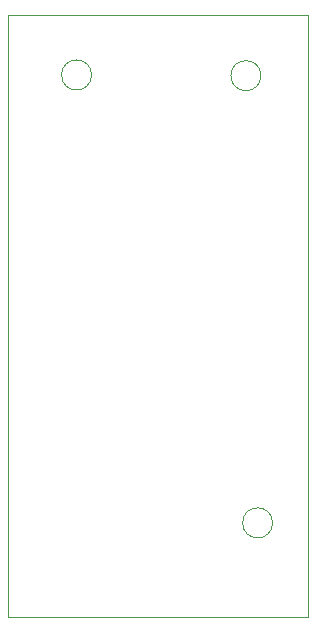
<source format=gbr>
%TF.GenerationSoftware,KiCad,Pcbnew,7.0.9*%
%TF.CreationDate,2023-12-13T17:14:35-05:00*%
%TF.ProjectId,Light Pcb,4c696768-7420-4506-9362-2e6b69636164,rev?*%
%TF.SameCoordinates,Original*%
%TF.FileFunction,Profile,NP*%
%FSLAX46Y46*%
G04 Gerber Fmt 4.6, Leading zero omitted, Abs format (unit mm)*
G04 Created by KiCad (PCBNEW 7.0.9) date 2023-12-13 17:14:35*
%MOMM*%
%LPD*%
G01*
G04 APERTURE LIST*
%TA.AperFunction,Profile*%
%ADD10C,0.100000*%
%TD*%
G04 APERTURE END LIST*
D10*
X111290000Y-89960000D02*
G75*
G03*
X111290000Y-89960000I-1270000J0D01*
G01*
X110300000Y-52100000D02*
G75*
G03*
X110300000Y-52100000I-1270000J0D01*
G01*
X95960000Y-52040000D02*
G75*
G03*
X95960000Y-52040000I-1270000J0D01*
G01*
X88900000Y-46990000D02*
X114300000Y-46990000D01*
X114300000Y-97960000D01*
X88900000Y-97960000D01*
X88900000Y-46990000D01*
M02*

</source>
